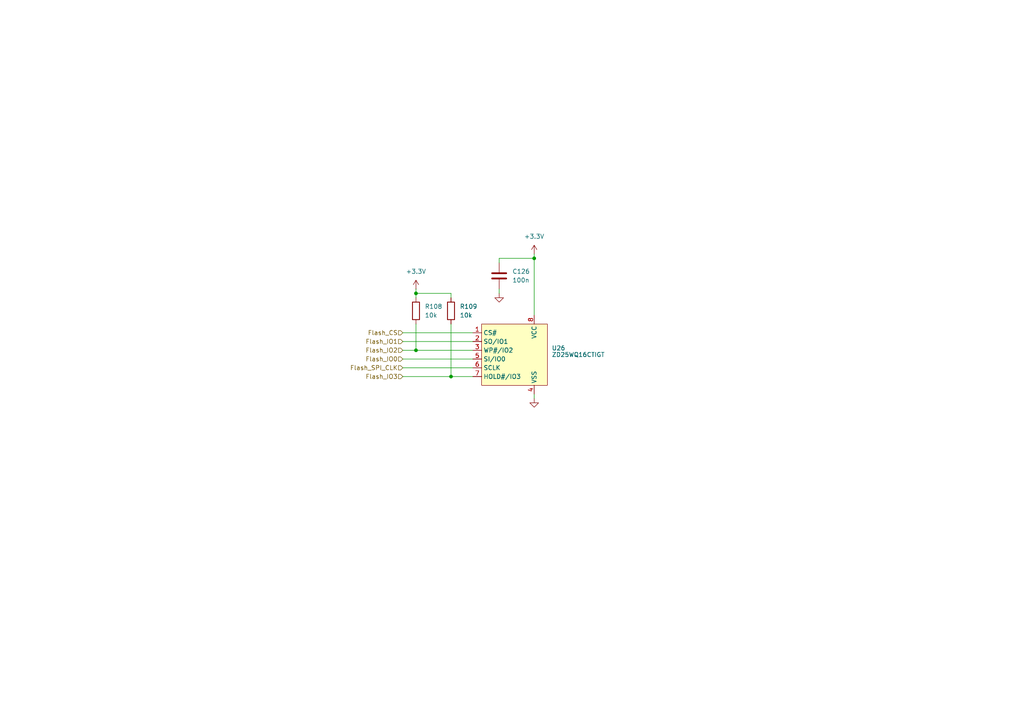
<source format=kicad_sch>
(kicad_sch
	(version 20250114)
	(generator "eeschema")
	(generator_version "9.0")
	(uuid "2be79dc5-f31c-4d02-8a55-13f2221a8389")
	(paper "A4")
	(lib_symbols
		(symbol "Device:C"
			(pin_numbers
				(hide yes)
			)
			(pin_names
				(offset 0.254)
			)
			(exclude_from_sim no)
			(in_bom yes)
			(on_board yes)
			(property "Reference" "C"
				(at 0.635 2.54 0)
				(effects
					(font
						(size 1.27 1.27)
					)
					(justify left)
				)
			)
			(property "Value" "C"
				(at 0.635 -2.54 0)
				(effects
					(font
						(size 1.27 1.27)
					)
					(justify left)
				)
			)
			(property "Footprint" ""
				(at 0.9652 -3.81 0)
				(effects
					(font
						(size 1.27 1.27)
					)
					(hide yes)
				)
			)
			(property "Datasheet" "~"
				(at 0 0 0)
				(effects
					(font
						(size 1.27 1.27)
					)
					(hide yes)
				)
			)
			(property "Description" "Unpolarized capacitor"
				(at 0 0 0)
				(effects
					(font
						(size 1.27 1.27)
					)
					(hide yes)
				)
			)
			(property "ki_keywords" "cap capacitor"
				(at 0 0 0)
				(effects
					(font
						(size 1.27 1.27)
					)
					(hide yes)
				)
			)
			(property "ki_fp_filters" "C_*"
				(at 0 0 0)
				(effects
					(font
						(size 1.27 1.27)
					)
					(hide yes)
				)
			)
			(symbol "C_0_1"
				(polyline
					(pts
						(xy -2.032 0.762) (xy 2.032 0.762)
					)
					(stroke
						(width 0.508)
						(type default)
					)
					(fill
						(type none)
					)
				)
				(polyline
					(pts
						(xy -2.032 -0.762) (xy 2.032 -0.762)
					)
					(stroke
						(width 0.508)
						(type default)
					)
					(fill
						(type none)
					)
				)
			)
			(symbol "C_1_1"
				(pin passive line
					(at 0 3.81 270)
					(length 2.794)
					(name "~"
						(effects
							(font
								(size 1.27 1.27)
							)
						)
					)
					(number "1"
						(effects
							(font
								(size 1.27 1.27)
							)
						)
					)
				)
				(pin passive line
					(at 0 -3.81 90)
					(length 2.794)
					(name "~"
						(effects
							(font
								(size 1.27 1.27)
							)
						)
					)
					(number "2"
						(effects
							(font
								(size 1.27 1.27)
							)
						)
					)
				)
			)
			(embedded_fonts no)
		)
		(symbol "Device:R"
			(pin_numbers
				(hide yes)
			)
			(pin_names
				(offset 0)
			)
			(exclude_from_sim no)
			(in_bom yes)
			(on_board yes)
			(property "Reference" "R"
				(at 2.032 0 90)
				(effects
					(font
						(size 1.27 1.27)
					)
				)
			)
			(property "Value" "R"
				(at 0 0 90)
				(effects
					(font
						(size 1.27 1.27)
					)
				)
			)
			(property "Footprint" ""
				(at -1.778 0 90)
				(effects
					(font
						(size 1.27 1.27)
					)
					(hide yes)
				)
			)
			(property "Datasheet" "~"
				(at 0 0 0)
				(effects
					(font
						(size 1.27 1.27)
					)
					(hide yes)
				)
			)
			(property "Description" "Resistor"
				(at 0 0 0)
				(effects
					(font
						(size 1.27 1.27)
					)
					(hide yes)
				)
			)
			(property "ki_keywords" "R res resistor"
				(at 0 0 0)
				(effects
					(font
						(size 1.27 1.27)
					)
					(hide yes)
				)
			)
			(property "ki_fp_filters" "R_*"
				(at 0 0 0)
				(effects
					(font
						(size 1.27 1.27)
					)
					(hide yes)
				)
			)
			(symbol "R_0_1"
				(rectangle
					(start -1.016 -2.54)
					(end 1.016 2.54)
					(stroke
						(width 0.254)
						(type default)
					)
					(fill
						(type none)
					)
				)
			)
			(symbol "R_1_1"
				(pin passive line
					(at 0 3.81 270)
					(length 1.27)
					(name "~"
						(effects
							(font
								(size 1.27 1.27)
							)
						)
					)
					(number "1"
						(effects
							(font
								(size 1.27 1.27)
							)
						)
					)
				)
				(pin passive line
					(at 0 -3.81 90)
					(length 1.27)
					(name "~"
						(effects
							(font
								(size 1.27 1.27)
							)
						)
					)
					(number "2"
						(effects
							(font
								(size 1.27 1.27)
							)
						)
					)
				)
			)
			(embedded_fonts no)
		)
		(symbol "Tutor_Common_Parts:ZD25WQ16CTIGT"
			(exclude_from_sim no)
			(in_bom yes)
			(on_board yes)
			(property "Reference" "U"
				(at -3.556 9.398 0)
				(effects
					(font
						(size 1.27 1.27)
					)
				)
			)
			(property "Value" ""
				(at 0 0 0)
				(effects
					(font
						(size 1.27 1.27)
					)
				)
			)
			(property "Footprint" ""
				(at 0 0 0)
				(effects
					(font
						(size 1.27 1.27)
					)
					(hide yes)
				)
			)
			(property "Datasheet" ""
				(at 0 0 0)
				(effects
					(font
						(size 1.27 1.27)
					)
					(hide yes)
				)
			)
			(property "Description" ""
				(at 0 0 0)
				(effects
					(font
						(size 1.27 1.27)
					)
					(hide yes)
				)
			)
			(symbol "ZD25WQ16CTIGT_1_1"
				(rectangle
					(start -12.7 7.62)
					(end 6.35 -10.16)
					(stroke
						(width 0)
						(type solid)
					)
					(fill
						(type background)
					)
				)
				(pin bidirectional line
					(at -15.24 5.08 0)
					(length 2.54)
					(name "CS#"
						(effects
							(font
								(size 1.27 1.27)
							)
						)
					)
					(number "1"
						(effects
							(font
								(size 1.27 1.27)
							)
						)
					)
				)
				(pin bidirectional line
					(at -15.24 2.54 0)
					(length 2.54)
					(name "SO/IO1"
						(effects
							(font
								(size 1.27 1.27)
							)
						)
					)
					(number "2"
						(effects
							(font
								(size 1.27 1.27)
							)
						)
					)
				)
				(pin bidirectional line
					(at -15.24 0 0)
					(length 2.54)
					(name "WP#/IO2"
						(effects
							(font
								(size 1.27 1.27)
							)
						)
					)
					(number "3"
						(effects
							(font
								(size 1.27 1.27)
							)
						)
					)
				)
				(pin bidirectional line
					(at -15.24 -2.54 0)
					(length 2.54)
					(name "SI/IO0"
						(effects
							(font
								(size 1.27 1.27)
							)
						)
					)
					(number "5"
						(effects
							(font
								(size 1.27 1.27)
							)
						)
					)
				)
				(pin bidirectional line
					(at -15.24 -5.08 0)
					(length 2.54)
					(name "SCLK"
						(effects
							(font
								(size 1.27 1.27)
							)
						)
					)
					(number "6"
						(effects
							(font
								(size 1.27 1.27)
							)
						)
					)
				)
				(pin bidirectional line
					(at -15.24 -7.62 0)
					(length 2.54)
					(name "HOLD#/IO3"
						(effects
							(font
								(size 1.27 1.27)
							)
						)
					)
					(number "7"
						(effects
							(font
								(size 1.27 1.27)
							)
						)
					)
				)
				(pin power_in line
					(at 2.54 10.16 270)
					(length 2.54)
					(name "VCC"
						(effects
							(font
								(size 1.27 1.27)
							)
						)
					)
					(number "8"
						(effects
							(font
								(size 1.27 1.27)
							)
						)
					)
				)
				(pin power_in line
					(at 2.54 -12.7 90)
					(length 2.54)
					(name "VSS"
						(effects
							(font
								(size 1.27 1.27)
							)
						)
					)
					(number "4"
						(effects
							(font
								(size 1.27 1.27)
							)
						)
					)
				)
			)
			(embedded_fonts no)
		)
		(symbol "power:+3.3V"
			(power)
			(pin_numbers
				(hide yes)
			)
			(pin_names
				(offset 0)
				(hide yes)
			)
			(exclude_from_sim no)
			(in_bom yes)
			(on_board yes)
			(property "Reference" "#PWR"
				(at 0 -3.81 0)
				(effects
					(font
						(size 1.27 1.27)
					)
					(hide yes)
				)
			)
			(property "Value" "+3.3V"
				(at 0 3.556 0)
				(effects
					(font
						(size 1.27 1.27)
					)
				)
			)
			(property "Footprint" ""
				(at 0 0 0)
				(effects
					(font
						(size 1.27 1.27)
					)
					(hide yes)
				)
			)
			(property "Datasheet" ""
				(at 0 0 0)
				(effects
					(font
						(size 1.27 1.27)
					)
					(hide yes)
				)
			)
			(property "Description" "Power symbol creates a global label with name \"+3.3V\""
				(at 0 0 0)
				(effects
					(font
						(size 1.27 1.27)
					)
					(hide yes)
				)
			)
			(property "ki_keywords" "global power"
				(at 0 0 0)
				(effects
					(font
						(size 1.27 1.27)
					)
					(hide yes)
				)
			)
			(symbol "+3.3V_0_1"
				(polyline
					(pts
						(xy -0.762 1.27) (xy 0 2.54)
					)
					(stroke
						(width 0)
						(type default)
					)
					(fill
						(type none)
					)
				)
				(polyline
					(pts
						(xy 0 2.54) (xy 0.762 1.27)
					)
					(stroke
						(width 0)
						(type default)
					)
					(fill
						(type none)
					)
				)
				(polyline
					(pts
						(xy 0 0) (xy 0 2.54)
					)
					(stroke
						(width 0)
						(type default)
					)
					(fill
						(type none)
					)
				)
			)
			(symbol "+3.3V_1_1"
				(pin power_in line
					(at 0 0 90)
					(length 0)
					(name "~"
						(effects
							(font
								(size 1.27 1.27)
							)
						)
					)
					(number "1"
						(effects
							(font
								(size 1.27 1.27)
							)
						)
					)
				)
			)
			(embedded_fonts no)
		)
		(symbol "power:GND"
			(power)
			(pin_numbers
				(hide yes)
			)
			(pin_names
				(offset 0)
				(hide yes)
			)
			(exclude_from_sim no)
			(in_bom yes)
			(on_board yes)
			(property "Reference" "#PWR"
				(at 0 -6.35 0)
				(effects
					(font
						(size 1.27 1.27)
					)
					(hide yes)
				)
			)
			(property "Value" "GND"
				(at 0 -3.81 0)
				(effects
					(font
						(size 1.27 1.27)
					)
				)
			)
			(property "Footprint" ""
				(at 0 0 0)
				(effects
					(font
						(size 1.27 1.27)
					)
					(hide yes)
				)
			)
			(property "Datasheet" ""
				(at 0 0 0)
				(effects
					(font
						(size 1.27 1.27)
					)
					(hide yes)
				)
			)
			(property "Description" "Power symbol creates a global label with name \"GND\" , ground"
				(at 0 0 0)
				(effects
					(font
						(size 1.27 1.27)
					)
					(hide yes)
				)
			)
			(property "ki_keywords" "global power"
				(at 0 0 0)
				(effects
					(font
						(size 1.27 1.27)
					)
					(hide yes)
				)
			)
			(symbol "GND_0_1"
				(polyline
					(pts
						(xy 0 0) (xy 0 -1.27) (xy 1.27 -1.27) (xy 0 -2.54) (xy -1.27 -1.27) (xy 0 -1.27)
					)
					(stroke
						(width 0)
						(type default)
					)
					(fill
						(type none)
					)
				)
			)
			(symbol "GND_1_1"
				(pin power_in line
					(at 0 0 270)
					(length 0)
					(name "~"
						(effects
							(font
								(size 1.27 1.27)
							)
						)
					)
					(number "1"
						(effects
							(font
								(size 1.27 1.27)
							)
						)
					)
				)
			)
			(embedded_fonts no)
		)
	)
	(junction
		(at 154.94 74.93)
		(diameter 0)
		(color 0 0 0 0)
		(uuid "0da116fe-f7cc-44d1-bbdf-99050c99e431")
	)
	(junction
		(at 120.65 85.09)
		(diameter 0)
		(color 0 0 0 0)
		(uuid "24c73f67-be7a-46b2-a337-d50cae6742ab")
	)
	(junction
		(at 130.81 109.22)
		(diameter 0)
		(color 0 0 0 0)
		(uuid "25035813-ed39-4172-84bf-e8b8502e8a96")
	)
	(junction
		(at 120.65 101.6)
		(diameter 0)
		(color 0 0 0 0)
		(uuid "d8f824f2-6d7d-41fb-af59-4895f117afec")
	)
	(wire
		(pts
			(xy 154.94 114.3) (xy 154.94 115.57)
		)
		(stroke
			(width 0)
			(type default)
		)
		(uuid "04802f3e-6876-499d-a1fc-7cee27875428")
	)
	(wire
		(pts
			(xy 144.78 83.82) (xy 144.78 85.09)
		)
		(stroke
			(width 0)
			(type default)
		)
		(uuid "118d7af4-81d3-4b36-82ec-08e591902052")
	)
	(wire
		(pts
			(xy 116.84 106.68) (xy 137.16 106.68)
		)
		(stroke
			(width 0)
			(type default)
		)
		(uuid "19ecd521-73d7-4d40-a807-84f88eff2a97")
	)
	(wire
		(pts
			(xy 144.78 76.2) (xy 144.78 74.93)
		)
		(stroke
			(width 0)
			(type default)
		)
		(uuid "1a2c9209-532d-43b0-b7f6-9fb760b41220")
	)
	(wire
		(pts
			(xy 154.94 74.93) (xy 154.94 91.44)
		)
		(stroke
			(width 0)
			(type default)
		)
		(uuid "2b8eaf41-c9a8-4c08-88a6-4fc75fcdd83d")
	)
	(wire
		(pts
			(xy 130.81 93.98) (xy 130.81 109.22)
		)
		(stroke
			(width 0)
			(type default)
		)
		(uuid "3b59fdee-15c9-425f-b1c3-427fc376b8cb")
	)
	(wire
		(pts
			(xy 116.84 99.06) (xy 137.16 99.06)
		)
		(stroke
			(width 0)
			(type default)
		)
		(uuid "3fbec491-3ae5-48f5-bae1-295ffe1c5990")
	)
	(wire
		(pts
			(xy 130.81 85.09) (xy 120.65 85.09)
		)
		(stroke
			(width 0)
			(type default)
		)
		(uuid "50219f2a-9027-4bbd-9b96-2732006bbd8d")
	)
	(wire
		(pts
			(xy 116.84 109.22) (xy 130.81 109.22)
		)
		(stroke
			(width 0)
			(type default)
		)
		(uuid "5afbc4f1-c07a-4abd-98e4-7488cab30d52")
	)
	(wire
		(pts
			(xy 120.65 85.09) (xy 120.65 86.36)
		)
		(stroke
			(width 0)
			(type default)
		)
		(uuid "66e83da7-2a6a-4cf5-a161-8342c6015b01")
	)
	(wire
		(pts
			(xy 116.84 96.52) (xy 137.16 96.52)
		)
		(stroke
			(width 0)
			(type default)
		)
		(uuid "6bd33d3b-4e0a-4f58-bc0c-e2ac1f08e844")
	)
	(wire
		(pts
			(xy 120.65 83.82) (xy 120.65 85.09)
		)
		(stroke
			(width 0)
			(type default)
		)
		(uuid "7a1a5a19-21e0-47ac-874d-1a4f9a11790f")
	)
	(wire
		(pts
			(xy 116.84 101.6) (xy 120.65 101.6)
		)
		(stroke
			(width 0)
			(type default)
		)
		(uuid "7b345dad-442f-4008-87ee-1cb0c2783603")
	)
	(wire
		(pts
			(xy 120.65 101.6) (xy 137.16 101.6)
		)
		(stroke
			(width 0)
			(type default)
		)
		(uuid "8158c719-113d-4e93-86b4-12aee78f6a7b")
	)
	(wire
		(pts
			(xy 144.78 74.93) (xy 154.94 74.93)
		)
		(stroke
			(width 0)
			(type default)
		)
		(uuid "83ed6616-1e4c-4bce-b4c5-7bffeaf62f92")
	)
	(wire
		(pts
			(xy 154.94 74.93) (xy 154.94 73.66)
		)
		(stroke
			(width 0)
			(type default)
		)
		(uuid "b4d44a4e-b22b-4d82-ac16-a6ec9c6141e6")
	)
	(wire
		(pts
			(xy 130.81 86.36) (xy 130.81 85.09)
		)
		(stroke
			(width 0)
			(type default)
		)
		(uuid "cc7a2373-5305-4e0a-b33c-2133782f0c51")
	)
	(wire
		(pts
			(xy 116.84 104.14) (xy 137.16 104.14)
		)
		(stroke
			(width 0)
			(type default)
		)
		(uuid "ce97e18e-e90e-40d1-835b-80bd613b1767")
	)
	(wire
		(pts
			(xy 130.81 109.22) (xy 137.16 109.22)
		)
		(stroke
			(width 0)
			(type default)
		)
		(uuid "db8d03ea-d87e-4c23-81fb-c84fec81ae1b")
	)
	(wire
		(pts
			(xy 120.65 93.98) (xy 120.65 101.6)
		)
		(stroke
			(width 0)
			(type default)
		)
		(uuid "dc66e56b-2662-4d44-9135-d9a56f4c08e9")
	)
	(hierarchical_label "Flash_IO3"
		(shape input)
		(at 116.84 109.22 180)
		(effects
			(font
				(size 1.27 1.27)
			)
			(justify right)
		)
		(uuid "19229a57-65ab-4ae9-b4c5-0c391c6ddbd1")
	)
	(hierarchical_label "Flash_IO2"
		(shape input)
		(at 116.84 101.6 180)
		(effects
			(font
				(size 1.27 1.27)
			)
			(justify right)
		)
		(uuid "269436be-3cb4-4c60-ba08-b7a6c4402f7d")
	)
	(hierarchical_label "Flash_IO0"
		(shape input)
		(at 116.84 104.14 180)
		(effects
			(font
				(size 1.27 1.27)
			)
			(justify right)
		)
		(uuid "575d86b8-324d-4868-a6eb-cea55bf36fe9")
	)
	(hierarchical_label "Flash_CS"
		(shape input)
		(at 116.84 96.52 180)
		(effects
			(font
				(size 1.27 1.27)
			)
			(justify right)
		)
		(uuid "641199f7-f0d6-4573-9b58-1476031c4f4c")
	)
	(hierarchical_label "Flash_SPI_CLK"
		(shape input)
		(at 116.84 106.68 180)
		(effects
			(font
				(size 1.27 1.27)
			)
			(justify right)
		)
		(uuid "782c40da-4ff0-419e-bbb9-fb89ef018932")
	)
	(hierarchical_label "Flash_IO1"
		(shape input)
		(at 116.84 99.06 180)
		(effects
			(font
				(size 1.27 1.27)
			)
			(justify right)
		)
		(uuid "deda31ee-9edf-49b1-87ae-2c3b2c4f4389")
	)
	(symbol
		(lib_id "power:+3.3V")
		(at 120.65 83.82 0)
		(unit 1)
		(exclude_from_sim no)
		(in_bom yes)
		(on_board yes)
		(dnp no)
		(fields_autoplaced yes)
		(uuid "28f51acd-fc0b-4fc5-a602-af600a88add8")
		(property "Reference" "#PWR0237"
			(at 120.65 87.63 0)
			(effects
				(font
					(size 1.27 1.27)
				)
				(hide yes)
			)
		)
		(property "Value" "+3.3V"
			(at 120.65 78.74 0)
			(effects
				(font
					(size 1.27 1.27)
				)
			)
		)
		(property "Footprint" ""
			(at 120.65 83.82 0)
			(effects
				(font
					(size 1.27 1.27)
				)
				(hide yes)
			)
		)
		(property "Datasheet" ""
			(at 120.65 83.82 0)
			(effects
				(font
					(size 1.27 1.27)
				)
				(hide yes)
			)
		)
		(property "Description" "Power symbol creates a global label with name \"+3.3V\""
			(at 120.65 83.82 0)
			(effects
				(font
					(size 1.27 1.27)
				)
				(hide yes)
			)
		)
		(pin "1"
			(uuid "697b91b4-fc81-43aa-ac09-81511bdabb0d")
		)
		(instances
			(project "Input_Eve_V1.0"
				(path "/519cd8d4-bb93-4bd2-8d6d-fc5bc7100516/4d4d3e63-1721-4627-9e76-6b19440319c8"
					(reference "#PWR0237")
					(unit 1)
				)
			)
		)
	)
	(symbol
		(lib_id "Device:C")
		(at 144.78 80.01 0)
		(unit 1)
		(exclude_from_sim no)
		(in_bom yes)
		(on_board yes)
		(dnp no)
		(fields_autoplaced yes)
		(uuid "3ae978ed-8eed-4c12-934b-5935fa932932")
		(property "Reference" "C126"
			(at 148.59 78.7399 0)
			(effects
				(font
					(size 1.27 1.27)
				)
				(justify left)
			)
		)
		(property "Value" "100n"
			(at 148.59 81.2799 0)
			(effects
				(font
					(size 1.27 1.27)
				)
				(justify left)
			)
		)
		(property "Footprint" "Capacitor_SMD:C_0402_1005Metric"
			(at 145.7452 83.82 0)
			(effects
				(font
					(size 1.27 1.27)
				)
				(hide yes)
			)
		)
		(property "Datasheet" "~"
			(at 144.78 80.01 0)
			(effects
				(font
					(size 1.27 1.27)
				)
				(hide yes)
			)
		)
		(property "Description" "Unpolarized capacitor"
			(at 144.78 80.01 0)
			(effects
				(font
					(size 1.27 1.27)
				)
				(hide yes)
			)
		)
		(pin "1"
			(uuid "251fda13-b170-43cb-8808-f7f85ad51484")
		)
		(pin "2"
			(uuid "edf1f1da-4d1c-4e34-b180-0bc647ae7428")
		)
		(instances
			(project "Input_Eve_V1.0"
				(path "/519cd8d4-bb93-4bd2-8d6d-fc5bc7100516/4d4d3e63-1721-4627-9e76-6b19440319c8"
					(reference "C126")
					(unit 1)
				)
			)
		)
	)
	(symbol
		(lib_id "power:GND")
		(at 154.94 115.57 0)
		(unit 1)
		(exclude_from_sim no)
		(in_bom yes)
		(on_board yes)
		(dnp no)
		(fields_autoplaced yes)
		(uuid "52d9a4e4-aa9a-4173-838d-6edb0ea5a891")
		(property "Reference" "#PWR0236"
			(at 154.94 121.92 0)
			(effects
				(font
					(size 1.27 1.27)
				)
				(hide yes)
			)
		)
		(property "Value" "GND"
			(at 154.94 120.65 0)
			(effects
				(font
					(size 1.27 1.27)
				)
				(hide yes)
			)
		)
		(property "Footprint" ""
			(at 154.94 115.57 0)
			(effects
				(font
					(size 1.27 1.27)
				)
				(hide yes)
			)
		)
		(property "Datasheet" ""
			(at 154.94 115.57 0)
			(effects
				(font
					(size 1.27 1.27)
				)
				(hide yes)
			)
		)
		(property "Description" "Power symbol creates a global label with name \"GND\" , ground"
			(at 154.94 115.57 0)
			(effects
				(font
					(size 1.27 1.27)
				)
				(hide yes)
			)
		)
		(pin "1"
			(uuid "a5ecb21b-6df1-4200-9092-f430d561788d")
		)
		(instances
			(project "Input_Eve_V1.0"
				(path "/519cd8d4-bb93-4bd2-8d6d-fc5bc7100516/4d4d3e63-1721-4627-9e76-6b19440319c8"
					(reference "#PWR0236")
					(unit 1)
				)
			)
		)
	)
	(symbol
		(lib_id "power:GND")
		(at 144.78 85.09 0)
		(unit 1)
		(exclude_from_sim no)
		(in_bom yes)
		(on_board yes)
		(dnp no)
		(fields_autoplaced yes)
		(uuid "72c6be53-208f-4a5b-ade9-aaf169e51b10")
		(property "Reference" "#PWR0235"
			(at 144.78 91.44 0)
			(effects
				(font
					(size 1.27 1.27)
				)
				(hide yes)
			)
		)
		(property "Value" "GND"
			(at 144.78 90.17 0)
			(effects
				(font
					(size 1.27 1.27)
				)
				(hide yes)
			)
		)
		(property "Footprint" ""
			(at 144.78 85.09 0)
			(effects
				(font
					(size 1.27 1.27)
				)
				(hide yes)
			)
		)
		(property "Datasheet" ""
			(at 144.78 85.09 0)
			(effects
				(font
					(size 1.27 1.27)
				)
				(hide yes)
			)
		)
		(property "Description" "Power symbol creates a global label with name \"GND\" , ground"
			(at 144.78 85.09 0)
			(effects
				(font
					(size 1.27 1.27)
				)
				(hide yes)
			)
		)
		(pin "1"
			(uuid "c6b7499e-e79e-46ae-b6cf-0c4628959c81")
		)
		(instances
			(project "Input_Eve_V1.0"
				(path "/519cd8d4-bb93-4bd2-8d6d-fc5bc7100516/4d4d3e63-1721-4627-9e76-6b19440319c8"
					(reference "#PWR0235")
					(unit 1)
				)
			)
		)
	)
	(symbol
		(lib_id "Device:R")
		(at 130.81 90.17 0)
		(unit 1)
		(exclude_from_sim no)
		(in_bom yes)
		(on_board yes)
		(dnp no)
		(fields_autoplaced yes)
		(uuid "825e0b2d-5bd6-46e0-acb6-119dac43e777")
		(property "Reference" "R109"
			(at 133.35 88.8999 0)
			(effects
				(font
					(size 1.27 1.27)
				)
				(justify left)
			)
		)
		(property "Value" "10k"
			(at 133.35 91.4399 0)
			(effects
				(font
					(size 1.27 1.27)
				)
				(justify left)
			)
		)
		(property "Footprint" "Resistor_SMD:R_0402_1005Metric"
			(at 129.032 90.17 90)
			(effects
				(font
					(size 1.27 1.27)
				)
				(hide yes)
			)
		)
		(property "Datasheet" "~"
			(at 130.81 90.17 0)
			(effects
				(font
					(size 1.27 1.27)
				)
				(hide yes)
			)
		)
		(property "Description" "Resistor"
			(at 130.81 90.17 0)
			(effects
				(font
					(size 1.27 1.27)
				)
				(hide yes)
			)
		)
		(pin "2"
			(uuid "dcc8f857-1b69-403b-9a0c-9af868cb1d3f")
		)
		(pin "1"
			(uuid "99bce7f1-194c-4c4c-8273-3bc2f69b1b33")
		)
		(instances
			(project "Input_Eve_V1.0"
				(path "/519cd8d4-bb93-4bd2-8d6d-fc5bc7100516/4d4d3e63-1721-4627-9e76-6b19440319c8"
					(reference "R109")
					(unit 1)
				)
			)
		)
	)
	(symbol
		(lib_id "Tutor_Common_Parts:ZD25WQ16CTIGT")
		(at 152.4 101.6 0)
		(unit 1)
		(exclude_from_sim no)
		(in_bom yes)
		(on_board yes)
		(dnp no)
		(fields_autoplaced yes)
		(uuid "92e3853e-730e-474c-ae76-63d087d03ed3")
		(property "Reference" "U26"
			(at 160.02 100.9649 0)
			(effects
				(font
					(size 1.27 1.27)
				)
				(justify left)
			)
		)
		(property "Value" "ZD25WQ16CTIGT"
			(at 160.02 102.87 0)
			(effects
				(font
					(size 1.27 1.27)
				)
				(justify left)
			)
		)
		(property "Footprint" "Package_SO:SOP-8_3.9x4.9mm_P1.27mm"
			(at 152.4 101.6 0)
			(effects
				(font
					(size 1.27 1.27)
				)
				(hide yes)
			)
		)
		(property "Datasheet" ""
			(at 152.4 101.6 0)
			(effects
				(font
					(size 1.27 1.27)
				)
				(hide yes)
			)
		)
		(property "Description" ""
			(at 152.4 101.6 0)
			(effects
				(font
					(size 1.27 1.27)
				)
				(hide yes)
			)
		)
		(pin "2"
			(uuid "153f6d75-bde1-417f-b28f-80ee34747afa")
		)
		(pin "3"
			(uuid "4edda7e5-84f2-49f4-bb7b-81868a81b4b8")
		)
		(pin "1"
			(uuid "8dab2191-7659-433b-b730-af3c7b7c23b4")
		)
		(pin "5"
			(uuid "62bd310b-47e7-4099-9104-a86d28a0e50e")
		)
		(pin "8"
			(uuid "6abe988f-6f0f-4d46-9f69-f3e4cc3a3b9a")
		)
		(pin "4"
			(uuid "f9ff5ff8-2ac6-45b1-9f87-2c14695c1aaa")
		)
		(pin "6"
			(uuid "402199a2-f8fe-4b49-9121-0db27fcacd7b")
		)
		(pin "7"
			(uuid "81751075-dffe-45f6-b90a-2578b7713e2b")
		)
		(instances
			(project ""
				(path "/519cd8d4-bb93-4bd2-8d6d-fc5bc7100516/4d4d3e63-1721-4627-9e76-6b19440319c8"
					(reference "U26")
					(unit 1)
				)
			)
		)
	)
	(symbol
		(lib_id "Device:R")
		(at 120.65 90.17 0)
		(unit 1)
		(exclude_from_sim no)
		(in_bom yes)
		(on_board yes)
		(dnp no)
		(fields_autoplaced yes)
		(uuid "af7f6350-6e12-49bc-86fd-9b33a945e9a7")
		(property "Reference" "R108"
			(at 123.19 88.8999 0)
			(effects
				(font
					(size 1.27 1.27)
				)
				(justify left)
			)
		)
		(property "Value" "10k"
			(at 123.19 91.4399 0)
			(effects
				(font
					(size 1.27 1.27)
				)
				(justify left)
			)
		)
		(property "Footprint" "Resistor_SMD:R_0402_1005Metric"
			(at 118.872 90.17 90)
			(effects
				(font
					(size 1.27 1.27)
				)
				(hide yes)
			)
		)
		(property "Datasheet" "~"
			(at 120.65 90.17 0)
			(effects
				(font
					(size 1.27 1.27)
				)
				(hide yes)
			)
		)
		(property "Description" "Resistor"
			(at 120.65 90.17 0)
			(effects
				(font
					(size 1.27 1.27)
				)
				(hide yes)
			)
		)
		(pin "2"
			(uuid "a9a776ce-a172-4c17-b48e-8c719958e702")
		)
		(pin "1"
			(uuid "534b30d2-3e36-49ff-a9a3-c481cf1999a7")
		)
		(instances
			(project ""
				(path "/519cd8d4-bb93-4bd2-8d6d-fc5bc7100516/4d4d3e63-1721-4627-9e76-6b19440319c8"
					(reference "R108")
					(unit 1)
				)
			)
		)
	)
	(symbol
		(lib_id "power:+3.3V")
		(at 154.94 73.66 0)
		(unit 1)
		(exclude_from_sim no)
		(in_bom yes)
		(on_board yes)
		(dnp no)
		(fields_autoplaced yes)
		(uuid "e41e0c98-4a49-4dde-948e-d89f74e4b8f6")
		(property "Reference" "#PWR0234"
			(at 154.94 77.47 0)
			(effects
				(font
					(size 1.27 1.27)
				)
				(hide yes)
			)
		)
		(property "Value" "+3.3V"
			(at 154.94 68.58 0)
			(effects
				(font
					(size 1.27 1.27)
				)
			)
		)
		(property "Footprint" ""
			(at 154.94 73.66 0)
			(effects
				(font
					(size 1.27 1.27)
				)
				(hide yes)
			)
		)
		(property "Datasheet" ""
			(at 154.94 73.66 0)
			(effects
				(font
					(size 1.27 1.27)
				)
				(hide yes)
			)
		)
		(property "Description" "Power symbol creates a global label with name \"+3.3V\""
			(at 154.94 73.66 0)
			(effects
				(font
					(size 1.27 1.27)
				)
				(hide yes)
			)
		)
		(pin "1"
			(uuid "04ef1886-c8f0-4bce-9ca6-b2c5630dbd42")
		)
		(instances
			(project "Input_Eve_V1.0"
				(path "/519cd8d4-bb93-4bd2-8d6d-fc5bc7100516/4d4d3e63-1721-4627-9e76-6b19440319c8"
					(reference "#PWR0234")
					(unit 1)
				)
			)
		)
	)
)

</source>
